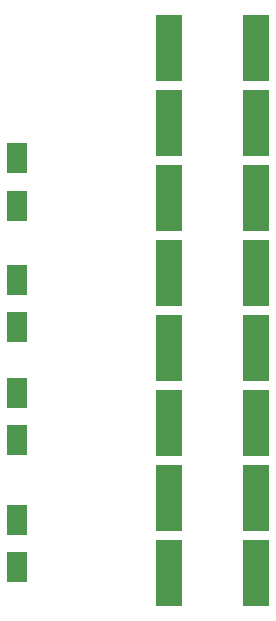
<source format=gbp>
G04 #@! TF.GenerationSoftware,KiCad,Pcbnew,(6.0.0-rc1-dev-1425-g4c184f07a)*
G04 #@! TF.CreationDate,2018-12-27T18:34:51-05:00
G04 #@! TF.ProjectId,Danalog,44616e61-6c6f-4672-9e6b-696361645f70,rev?*
G04 #@! TF.SameCoordinates,Original*
G04 #@! TF.FileFunction,Paste,Bot*
G04 #@! TF.FilePolarity,Positive*
%FSLAX46Y46*%
G04 Gerber Fmt 4.6, Leading zero omitted, Abs format (unit mm)*
G04 Created by KiCad (PCBNEW (6.0.0-rc1-dev-1425-g4c184f07a)) date 12/27/2018 6:34:51 PM*
%MOMM*%
%LPD*%
G04 APERTURE LIST*
%ADD10R,2.300000X5.600000*%
%ADD11R,1.800000X2.500000*%
G04 APERTURE END LIST*
D10*
X71230000Y-80010000D03*
X78630000Y-80010000D03*
X78630000Y-92710000D03*
X71230000Y-92710000D03*
X78630000Y-73660000D03*
X71230000Y-73660000D03*
X71230000Y-86360000D03*
X78630000Y-86360000D03*
X78630000Y-105410000D03*
X71230000Y-105410000D03*
X71230000Y-118110000D03*
X78630000Y-118110000D03*
X71230000Y-99060000D03*
X78630000Y-99060000D03*
X78630000Y-111760000D03*
X71230000Y-111760000D03*
D11*
X58420000Y-86995000D03*
X58420000Y-82995000D03*
X58420000Y-97250000D03*
X58420000Y-93250000D03*
X58420000Y-102870000D03*
X58420000Y-106870000D03*
X58420000Y-113570000D03*
X58420000Y-117570000D03*
M02*

</source>
